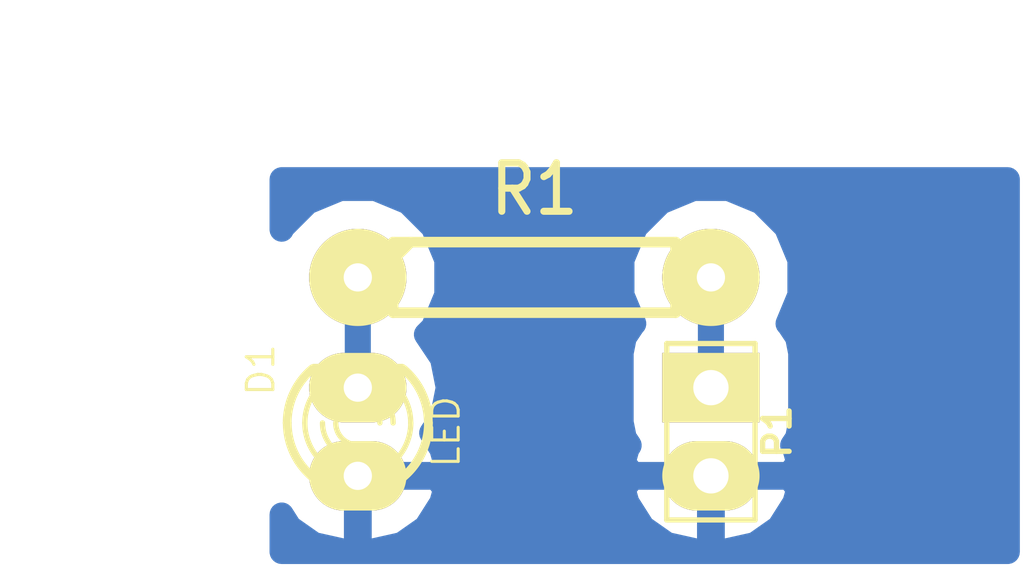
<source format=kicad_pcb>
(kicad_pcb (version 20171130) (host pcbnew 5.0.2+dfsg1-1)

  (general
    (thickness 1.6)
    (drawings 4)
    (tracks 4)
    (zones 0)
    (modules 3)
    (nets 4)
  )

  (page A3)
  (layers
    (0 F.Cu signal)
    (31 B.Cu signal)
    (32 B.Adhes user)
    (33 F.Adhes user)
    (34 B.Paste user)
    (35 F.Paste user)
    (36 B.SilkS user)
    (37 F.SilkS user)
    (38 B.Mask user)
    (39 F.Mask user)
    (40 Dwgs.User user)
    (41 Cmts.User user)
    (42 Eco1.User user)
    (43 Eco2.User user)
    (44 Edge.Cuts user)
  )

  (setup
    (last_trace_width 0.75)
    (trace_clearance 0.254)
    (zone_clearance 0.8)
    (zone_45_only no)
    (trace_min 0.254)
    (segment_width 0.2)
    (edge_width 0.15)
    (via_size 0.889)
    (via_drill 0.635)
    (via_min_size 0.889)
    (via_min_drill 0.508)
    (uvia_size 0.508)
    (uvia_drill 0.127)
    (uvias_allowed no)
    (uvia_min_size 0.508)
    (uvia_min_drill 0.127)
    (pcb_text_width 0.3)
    (pcb_text_size 1 1)
    (mod_edge_width 0.15)
    (mod_text_size 1 1)
    (mod_text_width 0.15)
    (pad_size 2 2.8)
    (pad_drill 0.8128)
    (pad_to_mask_clearance 0)
    (solder_mask_min_width 0.25)
    (aux_axis_origin 57.15 54.61)
    (grid_origin 57.15 54.61)
    (visible_elements FFFFFFBF)
    (pcbplotparams
      (layerselection 0x00008_fffffffe)
      (usegerberextensions true)
      (usegerberattributes false)
      (usegerberadvancedattributes false)
      (creategerberjobfile false)
      (excludeedgelayer true)
      (linewidth 0.150000)
      (plotframeref false)
      (viasonmask false)
      (mode 1)
      (useauxorigin true)
      (hpglpennumber 1)
      (hpglpenspeed 20)
      (hpglpendiameter 15.000000)
      (psnegative false)
      (psa4output false)
      (plotreference false)
      (plotvalue false)
      (plotinvisibletext false)
      (padsonsilk false)
      (subtractmaskfromsilk false)
      (outputformat 1)
      (mirror false)
      (drillshape 0)
      (scaleselection 1)
      (outputdirectory ""))
  )

  (net 0 "")
  (net 1 N-000001)
  (net 2 N-000002)
  (net 3 N-000003)

  (net_class Default "Dies ist die voreingestellte Netzklasse."
    (clearance 0.254)
    (trace_width 0.75)
    (via_dia 0.889)
    (via_drill 0.635)
    (uvia_dia 0.508)
    (uvia_drill 0.127)
    (add_net N-000001)
    (add_net N-000002)
    (add_net N-000003)
  )

  (module R4 (layer F.Cu) (tedit 58D04BC3) (tstamp 5806E431)
    (at 64.77 46.355)
    (descr "Resitance 4 pas")
    (tags R)
    (path /58048B1C)
    (autoplace_cost180 10)
    (fp_text reference R1 (at 0 -2.54) (layer F.SilkS)
      (effects (font (size 1.397 1.27) (thickness 0.2032)))
    )
    (fp_text value R (at 0 0) (layer F.SilkS) hide
      (effects (font (size 1.397 1.27) (thickness 0.2032)))
    )
    (fp_line (start -5.08 0) (end -4.064 0) (layer F.SilkS) (width 0.3048))
    (fp_line (start -4.064 0) (end -4.064 -1.016) (layer F.SilkS) (width 0.3048))
    (fp_line (start -4.064 -1.016) (end 4.064 -1.016) (layer F.SilkS) (width 0.3048))
    (fp_line (start 4.064 -1.016) (end 4.064 1.016) (layer F.SilkS) (width 0.3048))
    (fp_line (start 4.064 1.016) (end -4.064 1.016) (layer F.SilkS) (width 0.3048))
    (fp_line (start -4.064 1.016) (end -4.064 0) (layer F.SilkS) (width 0.3048))
    (fp_line (start -4.064 -0.508) (end -3.556 -1.016) (layer F.SilkS) (width 0.3048))
    (fp_line (start 5.08 0) (end 4.064 0) (layer F.SilkS) (width 0.3048))
    (pad 1 thru_hole circle (at -5.08 0) (size 2.8 2.8) (drill 0.8128) (layers *.Cu *.Mask F.SilkS)
      (net 2 N-000002))
    (pad 2 thru_hole circle (at 5.08 0) (size 2.8 2.8) (drill 0.8128) (layers *.Cu *.Mask F.SilkS)
      (net 3 N-000003))
    (model discret/resistor.wrl
      (at (xyz 0 0 0))
      (scale (xyz 0.4 0.4 0.4))
      (rotate (xyz 0 0 0))
    )
  )

  (module PIN_ARRAY_2X1 (layer F.Cu) (tedit 58D04B6B) (tstamp 5806E43B)
    (at 69.85 50.8 270)
    (descr "Connecteurs 2 pins")
    (tags "CONN DEV")
    (path /58049195)
    (fp_text reference P1 (at 0 -1.905 270) (layer F.SilkS)
      (effects (font (size 0.762 0.762) (thickness 0.1524)))
    )
    (fp_text value CONN_2 (at 0 -1.905 270) (layer F.SilkS) hide
      (effects (font (size 0.762 0.762) (thickness 0.1524)))
    )
    (fp_line (start -2.54 1.27) (end -2.54 -1.27) (layer F.SilkS) (width 0.1524))
    (fp_line (start -2.54 -1.27) (end 2.54 -1.27) (layer F.SilkS) (width 0.1524))
    (fp_line (start 2.54 -1.27) (end 2.54 1.27) (layer F.SilkS) (width 0.1524))
    (fp_line (start 2.54 1.27) (end -2.54 1.27) (layer F.SilkS) (width 0.1524))
    (pad 1 thru_hole rect (at -1.27 0 270) (size 2 2.8) (drill 1.016) (layers *.Cu *.Mask F.SilkS)
      (net 3 N-000003))
    (pad 2 thru_hole oval (at 1.27 0 270) (size 2 2.8) (drill 1.016) (layers *.Cu *.Mask F.SilkS)
      (net 1 N-000001))
    (model pin_array/pins_array_2x1.wrl
      (at (xyz 0 0 0))
      (scale (xyz 1 1 1))
      (rotate (xyz 0 0 0))
    )
  )

  (module LED-3MM (layer F.Cu) (tedit 58D04BDB) (tstamp 5806E454)
    (at 59.69 50.8 90)
    (descr "LED 3mm - Lead pitch 100mil (2,54mm)")
    (tags "LED led 3mm 3MM 100mil 2,54mm")
    (path /58048ADF)
    (fp_text reference D1 (at 1.778 -2.794 90) (layer F.SilkS)
      (effects (font (size 0.762 0.762) (thickness 0.0889)))
    )
    (fp_text value LED (at 0 2.54 90) (layer F.SilkS)
      (effects (font (size 0.762 0.762) (thickness 0.0889)))
    )
    (fp_line (start 1.8288 1.27) (end 1.8288 -1.27) (layer F.SilkS) (width 0.254))
    (fp_arc (start 0.254 0) (end -1.27 0) (angle 39.8) (layer F.SilkS) (width 0.1524))
    (fp_arc (start 0.254 0) (end -0.88392 1.01092) (angle 41.6) (layer F.SilkS) (width 0.1524))
    (fp_arc (start 0.254 0) (end 1.4097 -0.9906) (angle 40.6) (layer F.SilkS) (width 0.1524))
    (fp_arc (start 0.254 0) (end 1.778 0) (angle 39.8) (layer F.SilkS) (width 0.1524))
    (fp_arc (start 0.254 0) (end 0.254 -1.524) (angle 54.4) (layer F.SilkS) (width 0.1524))
    (fp_arc (start 0.254 0) (end -0.9652 -0.9144) (angle 53.1) (layer F.SilkS) (width 0.1524))
    (fp_arc (start 0.254 0) (end 1.45542 0.93472) (angle 52.1) (layer F.SilkS) (width 0.1524))
    (fp_arc (start 0.254 0) (end 0.254 1.524) (angle 52.1) (layer F.SilkS) (width 0.1524))
    (fp_arc (start 0.254 0) (end -0.381 0) (angle 90) (layer F.SilkS) (width 0.1524))
    (fp_arc (start 0.254 0) (end -0.762 0) (angle 90) (layer F.SilkS) (width 0.1524))
    (fp_arc (start 0.254 0) (end 0.889 0) (angle 90) (layer F.SilkS) (width 0.1524))
    (fp_arc (start 0.254 0) (end 1.27 0) (angle 90) (layer F.SilkS) (width 0.1524))
    (fp_arc (start 0.254 0) (end 0.254 -2.032) (angle 50.1) (layer F.SilkS) (width 0.254))
    (fp_arc (start 0.254 0) (end -1.5367 -0.95504) (angle 61.9) (layer F.SilkS) (width 0.254))
    (fp_arc (start 0.254 0) (end 1.8034 1.31064) (angle 49.7) (layer F.SilkS) (width 0.254))
    (fp_arc (start 0.254 0) (end 0.254 2.032) (angle 60.2) (layer F.SilkS) (width 0.254))
    (fp_arc (start 0.254 0) (end -1.778 0) (angle 28.3) (layer F.SilkS) (width 0.254))
    (fp_arc (start 0.254 0) (end -1.47574 1.06426) (angle 31.6) (layer F.SilkS) (width 0.254))
    (pad 1 thru_hole oval (at -1.27 0 90) (size 2 2.8) (drill 0.8128) (layers *.Cu *.Mask F.SilkS)
      (net 1 N-000001))
    (pad 2 thru_hole oval (at 1.27 0 90) (size 2 2.8) (drill 0.8128) (layers *.Cu *.Mask F.SilkS)
      (net 2 N-000002))
    (model discret/leds/led3_vertical_verde.wrl
      (at (xyz 0 0 0))
      (scale (xyz 1 1 1))
      (rotate (xyz 0 0 0))
    )
  )

  (dimension 11.43 (width 0.25) (layer F.Adhes)
    (gr_text "11,430 mm" (at 53.11 48.895 270) (layer F.Adhes)
      (effects (font (size 1 1) (thickness 0.25)))
    )
    (feature1 (pts (xy 55.88 54.61) (xy 54.023579 54.61)))
    (feature2 (pts (xy 55.88 43.18) (xy 54.023579 43.18)))
    (crossbar (pts (xy 54.61 43.18) (xy 54.61 54.61)))
    (arrow1a (pts (xy 54.61 54.61) (xy 54.023579 53.483496)))
    (arrow1b (pts (xy 54.61 54.61) (xy 55.196421 53.483496)))
    (arrow2a (pts (xy 54.61 43.18) (xy 54.023579 44.306504)))
    (arrow2b (pts (xy 54.61 43.18) (xy 55.196421 44.306504)))
  )
  (dimension 21.59 (width 0.25) (layer F.Adhes)
    (gr_text "21,590 mm" (at 67.945 39.14) (layer F.Adhes)
      (effects (font (size 1 1) (thickness 0.25)))
    )
    (feature1 (pts (xy 78.74 41.91) (xy 78.74 40.053579)))
    (feature2 (pts (xy 57.15 41.91) (xy 57.15 40.053579)))
    (crossbar (pts (xy 57.15 40.64) (xy 78.74 40.64)))
    (arrow1a (pts (xy 78.74 40.64) (xy 77.613496 41.226421)))
    (arrow1b (pts (xy 78.74 40.64) (xy 77.613496 40.053579)))
    (arrow2a (pts (xy 57.15 40.64) (xy 58.276504 41.226421)))
    (arrow2b (pts (xy 57.15 40.64) (xy 58.276504 40.053579)))
  )
  (gr_text PIN (at 72.39 49.53) (layer F.Paste)
    (effects (font (size 1.8 1.8) (thickness 0.1)) (justify left))
  )
  (gr_text "GND\n" (at 72.39 52.07) (layer F.Paste)
    (effects (font (size 1.8 1.8) (thickness 0.1)) (justify left))
  )

  (segment (start 61.84 52.07) (end 69.85 52.07) (width 0.75) (layer B.Cu) (net 1))
  (segment (start 59.69 52.07) (end 61.84 52.07) (width 0.75) (layer B.Cu) (net 1))
  (segment (start 59.69 46.355) (end 59.69 49.53) (width 0.75) (layer B.Cu) (net 2))
  (segment (start 69.85 46.355) (end 69.85 49.53) (width 0.75) (layer B.Cu) (net 3))

  (zone (net 1) (net_name N-000001) (layer B.Cu) (tstamp 58D04C9F) (hatch edge 0.508)
    (connect_pads (clearance 0.8))
    (min_thickness 0.7)
    (fill yes (arc_segments 16) (thermal_gap 0.8) (thermal_bridge_width 0.8))
    (polygon
      (pts
        (xy 78.74 54.61) (xy 57.15 54.61) (xy 57.15 43.18) (xy 78.74 43.18)
      )
    )
    (filled_polygon
      (pts
        (xy 78.39 54.26) (xy 57.5 54.26) (xy 57.5 53.185879) (xy 57.734365 53.554925) (xy 58.421037 54.037207)
        (xy 59.24 54.22) (xy 59.64 54.22) (xy 59.64 52.12) (xy 59.74 52.12) (xy 59.74 54.22)
        (xy 60.14 54.22) (xy 60.958963 54.037207) (xy 61.645635 53.554925) (xy 62.095476 52.846576) (xy 62.205134 52.455628)
        (xy 67.334866 52.455628) (xy 67.444524 52.846576) (xy 67.894365 53.554925) (xy 68.581037 54.037207) (xy 69.4 54.22)
        (xy 69.8 54.22) (xy 69.8 52.12) (xy 69.9 52.12) (xy 69.9 54.22) (xy 70.3 54.22)
        (xy 71.118963 54.037207) (xy 71.805635 53.554925) (xy 72.255476 52.846576) (xy 72.365134 52.455628) (xy 72.111829 52.12)
        (xy 69.9 52.12) (xy 69.8 52.12) (xy 67.588171 52.12) (xy 67.334866 52.455628) (xy 62.205134 52.455628)
        (xy 61.951829 52.12) (xy 59.74 52.12) (xy 59.64 52.12) (xy 59.62 52.12) (xy 59.62 52.02)
        (xy 59.64 52.02) (xy 59.64 52) (xy 59.74 52) (xy 59.74 52.02) (xy 61.951829 52.02)
        (xy 62.205134 51.684372) (xy 62.095476 51.293424) (xy 61.804087 50.834584) (xy 62.115255 50.368888) (xy 62.28212 49.53)
        (xy 62.115255 48.691112) (xy 62.007604 48.53) (xy 67.277471 48.53) (xy 67.277471 50.53) (xy 67.366724 50.978707)
        (xy 67.509084 51.191763) (xy 67.444524 51.293424) (xy 67.334866 51.684372) (xy 67.588171 52.02) (xy 69.8 52.02)
        (xy 69.8 52) (xy 69.9 52) (xy 69.9 52.02) (xy 72.111829 52.02) (xy 72.365134 51.684372)
        (xy 72.255476 51.293424) (xy 72.190916 51.191763) (xy 72.333276 50.978707) (xy 72.422529 50.53) (xy 72.422529 48.53)
        (xy 72.333276 48.081293) (xy 72.079103 47.700897) (xy 72.058354 47.687033) (xy 72.4 46.862226) (xy 72.4 45.847774)
        (xy 72.011785 44.910541) (xy 71.294459 44.193215) (xy 70.357226 43.805) (xy 69.342774 43.805) (xy 68.405541 44.193215)
        (xy 67.688215 44.910541) (xy 67.3 45.847774) (xy 67.3 46.862226) (xy 67.641646 47.687033) (xy 67.620897 47.700897)
        (xy 67.366724 48.081293) (xy 67.277471 48.53) (xy 62.007604 48.53) (xy 61.652578 47.998666) (xy 61.851785 47.799459)
        (xy 62.24 46.862226) (xy 62.24 45.847774) (xy 61.851785 44.910541) (xy 61.134459 44.193215) (xy 60.197226 43.805)
        (xy 59.182774 43.805) (xy 58.245541 44.193215) (xy 57.528215 44.910541) (xy 57.5 44.978658) (xy 57.5 43.53)
        (xy 78.39 43.53)
      )
    )
  )
)

</source>
